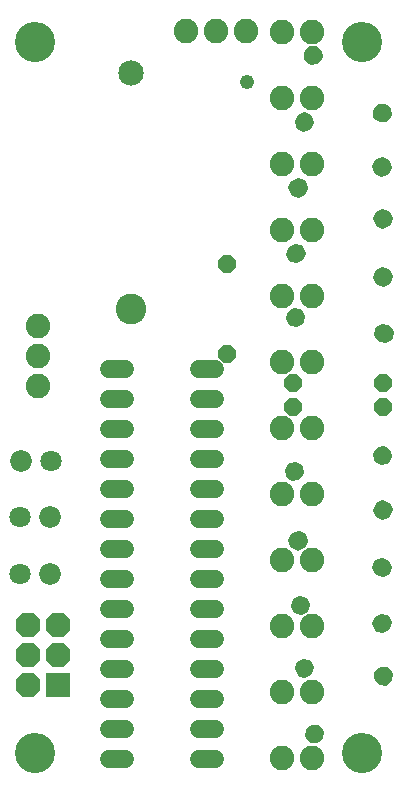
<source format=gbs>
G75*
%MOIN*%
%OFA0B0*%
%FSLAX25Y25*%
%IPPOS*%
%LPD*%
%AMOC8*
5,1,8,0,0,1.08239X$1,22.5*
%
%ADD10C,0.13398*%
%ADD11C,0.07071*%
%ADD12C,0.07211*%
%ADD13C,0.06000*%
%ADD14OC8,0.06000*%
%ADD15C,0.08200*%
%ADD16C,0.01200*%
%ADD17R,0.08200X0.08200*%
%ADD18OC8,0.08200*%
%ADD19C,0.08477*%
%ADD20C,0.10249*%
%ADD21C,0.04800*%
D10*
X0017367Y0017900D03*
X0126567Y0017900D03*
X0126567Y0254800D03*
X0017367Y0254800D03*
D11*
X0022742Y0115130D03*
X0012492Y0096515D03*
X0012517Y0077700D03*
D12*
X0022517Y0077700D03*
X0022492Y0096515D03*
X0012742Y0115130D03*
D13*
X0042167Y0116030D02*
X0047367Y0116030D01*
X0047367Y0106030D02*
X0042167Y0106030D01*
X0042167Y0096030D02*
X0047367Y0096030D01*
X0047367Y0086030D02*
X0042167Y0086030D01*
X0042167Y0076030D02*
X0047367Y0076030D01*
X0047367Y0066030D02*
X0042167Y0066030D01*
X0042167Y0056030D02*
X0047367Y0056030D01*
X0047367Y0046030D02*
X0042167Y0046030D01*
X0042167Y0036030D02*
X0047367Y0036030D01*
X0047367Y0026030D02*
X0042167Y0026030D01*
X0042167Y0016030D02*
X0047367Y0016030D01*
X0072167Y0016030D02*
X0077367Y0016030D01*
X0077367Y0026030D02*
X0072167Y0026030D01*
X0072167Y0036030D02*
X0077367Y0036030D01*
X0077367Y0046030D02*
X0072167Y0046030D01*
X0072167Y0056030D02*
X0077367Y0056030D01*
X0077367Y0066030D02*
X0072167Y0066030D01*
X0072167Y0076030D02*
X0077367Y0076030D01*
X0077367Y0086030D02*
X0072167Y0086030D01*
X0072167Y0096030D02*
X0077367Y0096030D01*
X0077367Y0106030D02*
X0072167Y0106030D01*
X0072167Y0116030D02*
X0077367Y0116030D01*
X0077367Y0126030D02*
X0072167Y0126030D01*
X0072167Y0136030D02*
X0077367Y0136030D01*
X0077367Y0146030D02*
X0072167Y0146030D01*
X0047367Y0146030D02*
X0042167Y0146030D01*
X0042167Y0136030D02*
X0047367Y0136030D01*
X0047367Y0126030D02*
X0042167Y0126030D01*
D14*
X0081337Y0151000D03*
X0103467Y0141100D03*
X0103467Y0133200D03*
X0133467Y0133200D03*
X0133467Y0141100D03*
X0081337Y0181000D03*
D15*
X0099667Y0170200D03*
X0109667Y0170200D03*
X0109667Y0148200D03*
X0099667Y0148200D03*
X0099667Y0126200D03*
X0109667Y0126200D03*
X0109667Y0104200D03*
X0099667Y0104200D03*
X0099667Y0082200D03*
X0109667Y0082200D03*
X0109667Y0060200D03*
X0099667Y0060200D03*
X0099667Y0038200D03*
X0109667Y0038200D03*
X0109667Y0016200D03*
X0099667Y0016200D03*
X0018267Y0140180D03*
X0018267Y0150180D03*
X0018267Y0160180D03*
X0099667Y0192200D03*
X0109667Y0192200D03*
X0109667Y0214200D03*
X0099667Y0214200D03*
X0099667Y0236200D03*
X0109667Y0236200D03*
X0109667Y0258200D03*
X0099667Y0258200D03*
X0087767Y0258700D03*
X0077767Y0258700D03*
X0067767Y0258700D03*
D16*
X0108157Y0226840D02*
X0108757Y0226240D01*
X0106837Y0225725D01*
X0105116Y0226719D01*
X0104601Y0228639D01*
X0105595Y0230360D01*
X0107515Y0230875D01*
X0109236Y0229881D01*
X0109751Y0227961D01*
X0108757Y0226240D01*
X0108164Y0227013D01*
X0106964Y0226691D01*
X0105889Y0227312D01*
X0105567Y0228512D01*
X0106188Y0229587D01*
X0107388Y0229909D01*
X0108463Y0229288D01*
X0108785Y0228088D01*
X0108164Y0227013D01*
X0107571Y0227786D01*
X0107091Y0227657D01*
X0106662Y0227905D01*
X0106533Y0228385D01*
X0106781Y0228814D01*
X0107261Y0228943D01*
X0107690Y0228695D01*
X0107819Y0228215D01*
X0107571Y0227786D01*
X0106486Y0205076D02*
X0107086Y0204476D01*
X0105284Y0203635D01*
X0103417Y0204315D01*
X0102576Y0206117D01*
X0103256Y0207984D01*
X0105058Y0208825D01*
X0106925Y0208145D01*
X0107766Y0206343D01*
X0107086Y0204476D01*
X0106368Y0205134D01*
X0105241Y0204609D01*
X0104075Y0205033D01*
X0103550Y0206160D01*
X0103974Y0207326D01*
X0105101Y0207851D01*
X0106267Y0207427D01*
X0106792Y0206300D01*
X0106368Y0205134D01*
X0105649Y0205792D01*
X0105198Y0205582D01*
X0104733Y0205752D01*
X0104523Y0206203D01*
X0104693Y0206668D01*
X0105144Y0206878D01*
X0105609Y0206708D01*
X0105819Y0206257D01*
X0105649Y0205792D01*
X0105938Y0183401D02*
X0106538Y0182801D01*
X0104816Y0181807D01*
X0102897Y0182322D01*
X0101903Y0184044D01*
X0102418Y0185963D01*
X0104140Y0186957D01*
X0106059Y0186442D01*
X0107053Y0184720D01*
X0106538Y0182801D01*
X0105766Y0183394D01*
X0104689Y0182773D01*
X0103490Y0183094D01*
X0102869Y0184171D01*
X0103190Y0185370D01*
X0104267Y0185991D01*
X0105466Y0185670D01*
X0106087Y0184593D01*
X0105766Y0183394D01*
X0104993Y0183988D01*
X0104562Y0183739D01*
X0104084Y0183867D01*
X0103835Y0184298D01*
X0103963Y0184776D01*
X0104394Y0185025D01*
X0104872Y0184897D01*
X0105121Y0184466D01*
X0104993Y0183988D01*
X0105785Y0162210D02*
X0106385Y0161610D01*
X0104757Y0160469D01*
X0102800Y0160815D01*
X0101659Y0162443D01*
X0102005Y0164400D01*
X0103633Y0165541D01*
X0105590Y0165195D01*
X0106731Y0163567D01*
X0106385Y0161610D01*
X0105564Y0162133D01*
X0104546Y0161420D01*
X0103323Y0161636D01*
X0102610Y0162654D01*
X0102826Y0163877D01*
X0103844Y0164590D01*
X0105067Y0164374D01*
X0105780Y0163356D01*
X0105564Y0162133D01*
X0104742Y0162657D01*
X0104335Y0162372D01*
X0103847Y0162458D01*
X0103562Y0162865D01*
X0103648Y0163353D01*
X0104055Y0163638D01*
X0104543Y0163552D01*
X0104828Y0163145D01*
X0104742Y0162657D01*
X0135329Y0157000D02*
X0135929Y0156400D01*
X0134301Y0155259D01*
X0132344Y0155605D01*
X0131203Y0157233D01*
X0131549Y0159190D01*
X0133177Y0160331D01*
X0135134Y0159985D01*
X0136275Y0158357D01*
X0135929Y0156400D01*
X0135108Y0156923D01*
X0134090Y0156210D01*
X0132867Y0156426D01*
X0132154Y0157444D01*
X0132370Y0158667D01*
X0133388Y0159380D01*
X0134611Y0159164D01*
X0135324Y0158146D01*
X0135108Y0156923D01*
X0134286Y0157447D01*
X0133879Y0157162D01*
X0133391Y0157248D01*
X0133106Y0157655D01*
X0133192Y0158143D01*
X0133599Y0158428D01*
X0134087Y0158342D01*
X0134372Y0157935D01*
X0134286Y0157447D01*
X0134916Y0175637D02*
X0135516Y0175037D01*
X0133794Y0174043D01*
X0131875Y0174558D01*
X0130881Y0176280D01*
X0131396Y0178199D01*
X0133118Y0179193D01*
X0135037Y0178678D01*
X0136031Y0176956D01*
X0135516Y0175037D01*
X0134744Y0175630D01*
X0133667Y0175009D01*
X0132468Y0175330D01*
X0131847Y0176407D01*
X0132168Y0177606D01*
X0133245Y0178227D01*
X0134444Y0177906D01*
X0135065Y0176829D01*
X0134744Y0175630D01*
X0133971Y0176224D01*
X0133540Y0175975D01*
X0133062Y0176103D01*
X0132813Y0176534D01*
X0132941Y0177012D01*
X0133372Y0177261D01*
X0133850Y0177133D01*
X0134099Y0176702D01*
X0133971Y0176224D01*
X0134677Y0194816D02*
X0135277Y0194216D01*
X0133475Y0193375D01*
X0131608Y0194055D01*
X0130767Y0195857D01*
X0131447Y0197724D01*
X0133249Y0198565D01*
X0135116Y0197885D01*
X0135957Y0196083D01*
X0135277Y0194216D01*
X0134559Y0194874D01*
X0133432Y0194349D01*
X0132266Y0194773D01*
X0131741Y0195900D01*
X0132165Y0197066D01*
X0133292Y0197591D01*
X0134458Y0197167D01*
X0134983Y0196040D01*
X0134559Y0194874D01*
X0133840Y0195532D01*
X0133389Y0195322D01*
X0132924Y0195492D01*
X0132714Y0195943D01*
X0132884Y0196408D01*
X0133335Y0196618D01*
X0133800Y0196448D01*
X0134010Y0195997D01*
X0133840Y0195532D01*
X0134138Y0211840D02*
X0134738Y0211240D01*
X0132818Y0210725D01*
X0131097Y0211719D01*
X0130582Y0213639D01*
X0131576Y0215360D01*
X0133496Y0215875D01*
X0135217Y0214881D01*
X0135732Y0212961D01*
X0134738Y0211240D01*
X0134145Y0212013D01*
X0132945Y0211691D01*
X0131870Y0212312D01*
X0131548Y0213512D01*
X0132169Y0214587D01*
X0133369Y0214909D01*
X0134444Y0214288D01*
X0134766Y0213088D01*
X0134145Y0212013D01*
X0133552Y0212786D01*
X0133072Y0212657D01*
X0132643Y0212905D01*
X0132514Y0213385D01*
X0132762Y0213814D01*
X0133242Y0213943D01*
X0133671Y0213695D01*
X0133800Y0213215D01*
X0133552Y0212786D01*
X0133756Y0229554D02*
X0134356Y0228954D01*
X0132376Y0228781D01*
X0130853Y0230059D01*
X0130680Y0232039D01*
X0131958Y0233562D01*
X0133938Y0233735D01*
X0135461Y0232457D01*
X0135634Y0230477D01*
X0134356Y0228954D01*
X0133906Y0229819D01*
X0132669Y0229710D01*
X0131718Y0230509D01*
X0131609Y0231746D01*
X0132408Y0232697D01*
X0133645Y0232806D01*
X0134596Y0232007D01*
X0134705Y0230770D01*
X0133906Y0229819D01*
X0133457Y0230683D01*
X0132962Y0230639D01*
X0132582Y0230958D01*
X0132538Y0231453D01*
X0132857Y0231833D01*
X0133352Y0231877D01*
X0133732Y0231558D01*
X0133776Y0231063D01*
X0133457Y0230683D01*
X0110775Y0248838D02*
X0111375Y0248238D01*
X0109395Y0248065D01*
X0107872Y0249343D01*
X0107699Y0251323D01*
X0108977Y0252846D01*
X0110957Y0253019D01*
X0112480Y0251741D01*
X0112653Y0249761D01*
X0111375Y0248238D01*
X0110925Y0249103D01*
X0109688Y0248994D01*
X0108737Y0249793D01*
X0108628Y0251030D01*
X0109427Y0251981D01*
X0110664Y0252090D01*
X0111615Y0251291D01*
X0111724Y0250054D01*
X0110925Y0249103D01*
X0110476Y0249967D01*
X0109981Y0249923D01*
X0109601Y0250242D01*
X0109557Y0250737D01*
X0109876Y0251117D01*
X0110371Y0251161D01*
X0110751Y0250842D01*
X0110795Y0250347D01*
X0110476Y0249967D01*
X0135275Y0117043D02*
X0135875Y0116443D01*
X0134734Y0114815D01*
X0132777Y0114469D01*
X0131149Y0115610D01*
X0130803Y0117567D01*
X0131944Y0119195D01*
X0133901Y0119541D01*
X0135529Y0118400D01*
X0135875Y0116443D01*
X0134924Y0116654D01*
X0134211Y0115636D01*
X0132988Y0115420D01*
X0131970Y0116133D01*
X0131754Y0117356D01*
X0132467Y0118374D01*
X0133690Y0118590D01*
X0134708Y0117877D01*
X0134924Y0116654D01*
X0133972Y0116865D01*
X0133687Y0116458D01*
X0133199Y0116372D01*
X0132792Y0116657D01*
X0132706Y0117145D01*
X0132991Y0117552D01*
X0133479Y0117638D01*
X0133886Y0117353D01*
X0133972Y0116865D01*
X0135357Y0099417D02*
X0135957Y0098817D01*
X0135116Y0097015D01*
X0133249Y0096335D01*
X0131447Y0097176D01*
X0130767Y0099043D01*
X0131608Y0100845D01*
X0133475Y0101525D01*
X0135277Y0100684D01*
X0135957Y0098817D01*
X0134983Y0098860D01*
X0134458Y0097733D01*
X0133292Y0097309D01*
X0132165Y0097834D01*
X0131741Y0099000D01*
X0132266Y0100127D01*
X0133432Y0100551D01*
X0134559Y0100026D01*
X0134983Y0098860D01*
X0134010Y0098903D01*
X0133800Y0098452D01*
X0133335Y0098282D01*
X0132884Y0098492D01*
X0132714Y0098957D01*
X0132924Y0099408D01*
X0133389Y0099578D01*
X0133840Y0099368D01*
X0134010Y0098903D01*
X0135156Y0079252D02*
X0135756Y0079852D01*
X0135076Y0077984D01*
X0133274Y0077144D01*
X0131406Y0077824D01*
X0130566Y0079626D01*
X0131246Y0081494D01*
X0133048Y0082334D01*
X0134916Y0081654D01*
X0135756Y0079852D01*
X0134782Y0079810D01*
X0134357Y0078642D01*
X0133232Y0078118D01*
X0132064Y0078543D01*
X0131540Y0079668D01*
X0131965Y0080836D01*
X0133090Y0081360D01*
X0134258Y0080935D01*
X0134782Y0079810D01*
X0133809Y0079767D01*
X0133639Y0079301D01*
X0133189Y0079091D01*
X0132723Y0079261D01*
X0132513Y0079711D01*
X0132683Y0080177D01*
X0133133Y0080387D01*
X0133599Y0080217D01*
X0133809Y0079767D01*
X0135132Y0060839D02*
X0135732Y0061439D01*
X0135217Y0059519D01*
X0133496Y0058525D01*
X0131576Y0059040D01*
X0130582Y0060761D01*
X0131097Y0062681D01*
X0132818Y0063675D01*
X0134738Y0063160D01*
X0135732Y0061439D01*
X0134766Y0061312D01*
X0134444Y0060112D01*
X0133369Y0059491D01*
X0132169Y0059813D01*
X0131548Y0060888D01*
X0131870Y0062088D01*
X0132945Y0062709D01*
X0134145Y0062387D01*
X0134766Y0061312D01*
X0133800Y0061185D01*
X0133671Y0060705D01*
X0133242Y0060457D01*
X0132762Y0060586D01*
X0132514Y0061015D01*
X0132643Y0061495D01*
X0133072Y0061743D01*
X0133552Y0061614D01*
X0133800Y0061185D01*
X0135434Y0043723D02*
X0136034Y0044323D01*
X0135861Y0042343D01*
X0134338Y0041065D01*
X0132358Y0041238D01*
X0131080Y0042761D01*
X0131253Y0044741D01*
X0132776Y0046019D01*
X0134756Y0045846D01*
X0136034Y0044323D01*
X0135105Y0044030D01*
X0134996Y0042793D01*
X0134045Y0041994D01*
X0132808Y0042103D01*
X0132009Y0043054D01*
X0132118Y0044291D01*
X0133069Y0045090D01*
X0134306Y0044981D01*
X0135105Y0044030D01*
X0134176Y0043737D01*
X0134132Y0043242D01*
X0133752Y0042923D01*
X0133257Y0042967D01*
X0132938Y0043347D01*
X0132982Y0043842D01*
X0133362Y0044161D01*
X0133857Y0044117D01*
X0134176Y0043737D01*
X0109151Y0045839D02*
X0109751Y0046439D01*
X0109236Y0044519D01*
X0107515Y0043525D01*
X0105595Y0044040D01*
X0104601Y0045761D01*
X0105116Y0047681D01*
X0106837Y0048675D01*
X0108757Y0048160D01*
X0109751Y0046439D01*
X0108785Y0046312D01*
X0108463Y0045112D01*
X0107388Y0044491D01*
X0106188Y0044813D01*
X0105567Y0045888D01*
X0105889Y0047088D01*
X0106964Y0047709D01*
X0108164Y0047387D01*
X0108785Y0046312D01*
X0107819Y0046185D01*
X0107690Y0045705D01*
X0107261Y0045457D01*
X0106781Y0045586D01*
X0106533Y0046015D01*
X0106662Y0046495D01*
X0107091Y0046743D01*
X0107571Y0046614D01*
X0107819Y0046185D01*
X0107967Y0066574D02*
X0108567Y0067174D01*
X0107887Y0065306D01*
X0106085Y0064466D01*
X0104217Y0065146D01*
X0103377Y0066948D01*
X0104057Y0068816D01*
X0105859Y0069656D01*
X0107727Y0068976D01*
X0108567Y0067174D01*
X0107593Y0067132D01*
X0107168Y0065964D01*
X0106043Y0065440D01*
X0104875Y0065865D01*
X0104351Y0066990D01*
X0104776Y0068158D01*
X0105901Y0068682D01*
X0107069Y0068257D01*
X0107593Y0067132D01*
X0106620Y0067089D01*
X0106450Y0066623D01*
X0106000Y0066413D01*
X0105534Y0066583D01*
X0105324Y0067033D01*
X0105494Y0067499D01*
X0105944Y0067709D01*
X0106410Y0067539D01*
X0106620Y0067089D01*
X0107166Y0089157D02*
X0107766Y0088557D01*
X0106925Y0086755D01*
X0105058Y0086075D01*
X0103256Y0086916D01*
X0102576Y0088783D01*
X0103417Y0090585D01*
X0105284Y0091265D01*
X0107086Y0090424D01*
X0107766Y0088557D01*
X0106792Y0088600D01*
X0106267Y0087473D01*
X0105101Y0087049D01*
X0103974Y0087574D01*
X0103550Y0088740D01*
X0104075Y0089867D01*
X0105241Y0090291D01*
X0106368Y0089766D01*
X0106792Y0088600D01*
X0105819Y0088643D01*
X0105609Y0088192D01*
X0105144Y0088022D01*
X0104693Y0088232D01*
X0104523Y0088697D01*
X0104733Y0089148D01*
X0105198Y0089318D01*
X0105649Y0089108D01*
X0105819Y0088643D01*
X0105731Y0111833D02*
X0106331Y0111233D01*
X0105190Y0109605D01*
X0103233Y0109259D01*
X0101605Y0110400D01*
X0101259Y0112357D01*
X0102400Y0113985D01*
X0104357Y0114331D01*
X0105985Y0113190D01*
X0106331Y0111233D01*
X0105380Y0111444D01*
X0104667Y0110426D01*
X0103444Y0110210D01*
X0102426Y0110923D01*
X0102210Y0112146D01*
X0102923Y0113164D01*
X0104146Y0113380D01*
X0105164Y0112667D01*
X0105380Y0111444D01*
X0104428Y0111655D01*
X0104143Y0111248D01*
X0103655Y0111162D01*
X0103248Y0111447D01*
X0103162Y0111935D01*
X0103447Y0112342D01*
X0103935Y0112428D01*
X0104342Y0112143D01*
X0104428Y0111655D01*
X0112453Y0024439D02*
X0113053Y0025039D01*
X0112880Y0023059D01*
X0111357Y0021781D01*
X0109377Y0021954D01*
X0108099Y0023477D01*
X0108272Y0025457D01*
X0109795Y0026735D01*
X0111775Y0026562D01*
X0113053Y0025039D01*
X0112124Y0024746D01*
X0112015Y0023509D01*
X0111064Y0022710D01*
X0109827Y0022819D01*
X0109028Y0023770D01*
X0109137Y0025007D01*
X0110088Y0025806D01*
X0111325Y0025697D01*
X0112124Y0024746D01*
X0111195Y0024453D01*
X0111151Y0023958D01*
X0110771Y0023639D01*
X0110276Y0023683D01*
X0109957Y0024063D01*
X0110001Y0024558D01*
X0110381Y0024877D01*
X0110876Y0024833D01*
X0111195Y0024453D01*
D17*
X0025167Y0040700D03*
D18*
X0025167Y0050700D03*
X0015167Y0050700D03*
X0015167Y0040700D03*
X0015167Y0060700D03*
X0025167Y0060700D03*
D19*
X0049567Y0244487D03*
D20*
X0049567Y0165746D03*
D21*
X0088067Y0241600D03*
M02*

</source>
